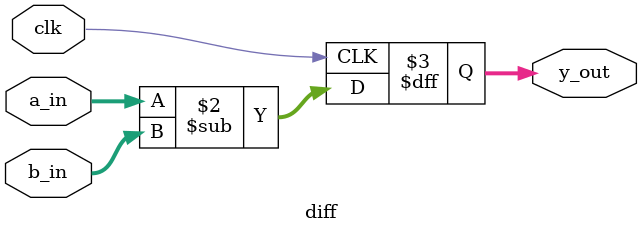
<source format=v>
module diff(
    input clk,
    input [15:0] a_in,
    input [15:0] b_in,
    
    output reg signed [15:0] y_out
 );

    always@ (posedge clk)
        begin
            y_out = a_in - b_in;
        end   
endmodule
</source>
